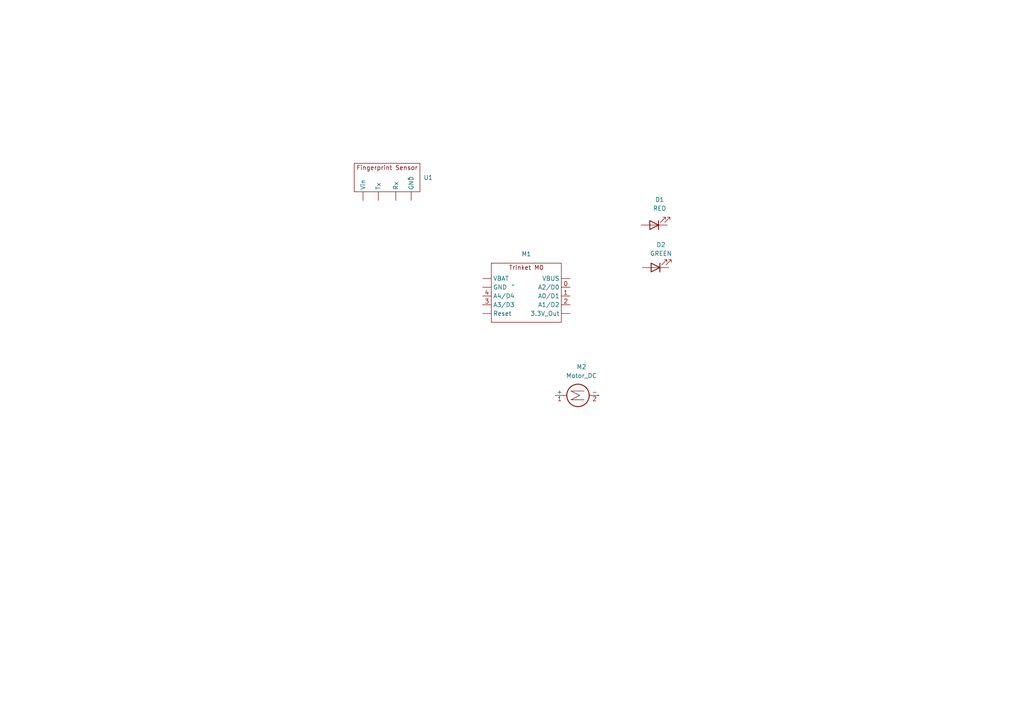
<source format=kicad_sch>
(kicad_sch (version 20230121) (generator eeschema)
  (paper "A4")
  (lib_symbols
    (symbol "Adafruit:Biometric_Sensor"
      (property "Reference" "U" (at -5.715 5.715 0))
      (symbol "Biometric_Sensor_0_1"
        (rectangle (start -15.875 4.445) (end 3.175 -3.81))
      )
      (symbol "Biometric_Sensor_1_1"
        (text "Fingerprint Sensor" (at -6.35 3.175 0) (effects (font (size 1.27 1.27))))
        (pin bidirectional line (at 0.635 -6.35 90) (length 2.54) (name "GND") (number ""))
        (pin bidirectional line (at -3.81 -6.35 90) (length 2.54) (name "Rx") (number ""))
        (pin bidirectional line (at -8.89 -6.35 90) (length 2.54) (name "Tx") (number ""))
        (pin power_in line (at -13.335 -6.35 90) (length 2.54) (name "Vin") (number ""))
      )
    )
    (symbol "Adafruit:Trinket_M0"
      (property "Reference" "M" (at 3.81 8.255 0))
      (symbol "Trinket_M0_0_1"
        (rectangle (start -6.35 6.35) (end 13.97 -10.795))
      )
      (symbol "Trinket_M0_1_1"
        (text "Trinket M0" (at 3.81 5.08 0) (effects (font (size 1.27 1.27))))
        (pin power_out line (at 16.51 -8.255 180) (length 2.54) (name "3.3V_Out") (number ""))
        (pin input line (at -8.89 -0.635 0) (length 2.54) (name "GND") (number ""))
        (pin input line (at -8.89 -8.255 0) (length 2.54) (name "Reset") (number ""))
        (pin power_in line (at -8.89 1.905 0) (length 2.54) (name "VBAT") (number ""))
        (pin power_in line (at 16.51 1.905 180) (length 2.54) (name "VBUS") (number ""))
        (pin input line (at 16.51 -0.635 180) (length 2.54) (name "A2/D0") (number "0"))
        (pin input line (at 16.51 -3.175 180) (length 2.54) (name "A0/D1") (number "1"))
        (pin input line (at 16.51 -5.715 180) (length 2.54) (name "A1/D2") (number "2"))
        (pin input line (at -8.89 -5.715 0) (length 2.54) (name "A3/D3") (number "3"))
        (pin input line (at -8.89 -3.175 0) (length 2.54) (name "A4/D4") (number "4"))
      )
    )
    (symbol "Device:LED" (pin_numbers hide) (pin_names (offset 1.016) hide)
      (property "Reference" "D" (at 0 2.54 0))
      (property "Value" "LED" (at 0 -2.54 0))
      (symbol "LED_0_1"
        (polyline (pts (xy -1.27 -1.27) (xy -1.27 1.27)) (stroke (width 0.254)))
        (polyline (pts (xy -1.27 0) (xy 1.27 0)))
        (polyline (pts (xy 1.27 -1.27) (xy 1.27 1.27) (xy -1.27 0) (xy 1.27 -1.27)) (stroke (width 0.254)))
        (polyline (pts (xy -3.048 -0.762) (xy -4.572 -2.286) (xy -3.81 -2.286) (xy -4.572 -2.286) (xy -4.572 -1.524)))
        (polyline (pts (xy -1.778 -0.762) (xy -3.302 -2.286) (xy -2.54 -2.286) (xy -3.302 -2.286) (xy -3.302 -1.524)))
      )
      (symbol "LED_1_1"
        (pin passive line (at -3.81 0 0) (length 2.54) (name "K") (number "1"))
        (pin passive line (at 3.81 0 180) (length 2.54) (name "A") (number "2"))
      )
    )
    (symbol "Motor:Motor_DC" (pin_names (offset 0))
      (property "Reference" "M" (at 2.54 2.54 0))
      (property "Value" "Motor_DC" (at 2.54 -5.08 0))
      (symbol "Motor_DC_0_0"
        (polyline (pts (xy -1.27 -3.302) (xy -1.27 0.508) (xy 0 -2.032) (xy 1.27 0.508) (xy 1.27 -3.302)))
      )
      (symbol "Motor_DC_0_1"
        (circle (center 0 -1.524) (radius 3.2512) (stroke (width 0.254)))
        (polyline (pts (xy 0 -7.62) (xy 0 -7.112)))
        (polyline (pts (xy 0 -4.7752) (xy 0 -5.1816)))
        (polyline (pts (xy 0 1.7272) (xy 0 2.0828)))
        (polyline (pts (xy 0 2.032) (xy 0 2.54)))
      )
      (symbol "Motor_DC_1_1"
        (pin passive line (at 0 5.08 270) (length 2.54) (name "+") (number "1"))
        (pin passive line (at 0 -7.62 90) (length 2.54) (name "-") (number "2"))
      )
    )
  )
  (symbol (lib_id "Adafruit:Trinket_M0") (at 148.844 82.677 0) (unit 1)
    (property "Reference" "M1" (at 152.654 73.66 0))
    (property "Value" "~" (at 148.844 82.677 0))
  )
  (symbol (lib_id "Device:LED") (at 189.738 65.278 180) (unit 1)
    (property "Reference" "D1" (at 191.3255 57.912 0))
    (property "Value" "RED" (at 191.3255 60.452 0))
  )
  (symbol (lib_id "Device:LED") (at 190.119 77.597 180) (unit 1)
    (property "Reference" "D2" (at 191.7065 70.993 0))
    (property "Value" "GREEN" (at 191.7065 73.533 0))
  )
  (symbol (lib_id "Motor:Motor_DC") (at 166.116 114.681 90) (unit 1)
    (property "Reference" "M2" (at 168.656 106.426 90))
    (property "Value" "Motor_DC" (at 168.656 108.966 90))
  )
  (symbol (lib_id "Adafruit:Biometric_Sensor") (at 118.618 51.816 0) (unit 1)
    (property "Reference" "U1" (at 122.809 51.4985 0) (effects (justify left)))
    (property "Value" "~" (at 118.618 51.816 0))
  )
)
</source>
